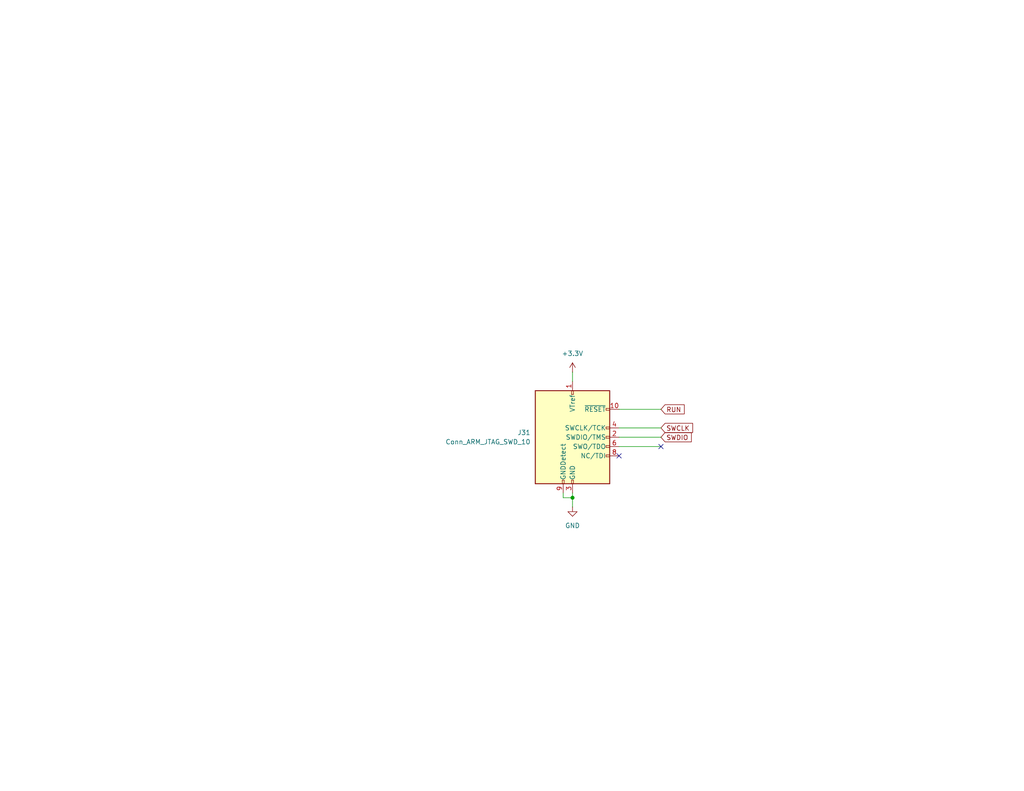
<source format=kicad_sch>
(kicad_sch (version 20231120) (generator "eeschema") (generator_version "8.0")
  (paper "A")
  (title_block (title "Jolt 2 - Left"))
  (lib_symbols
    (symbol "David Brown Keyboard Parts:Conn_ARM_JTAG_SWD_10" (pin_names (offset 1.016))
      (property "Reference" "J3" (at -11.43 1.2701 0))
      (property "Value" "Conn_ARM_JTAG_SWD_10" (at -11.43 -1.2699 0))
      (symbol "Conn_ARM_JTAG_SWD_10_0_1"
        (rectangle (start -10.16 12.7) (end 10.16 -12.7) (stroke (width 0.254)) (fill (type background)))
        (rectangle (start -2.794 -12.7) (end -2.286 -11.684))
        (rectangle (start -0.254 -12.7) (end 0.254 -11.684))
        (rectangle (start -0.254 12.7) (end 0.254 11.684))
        (rectangle (start 9.144 2.286) (end 10.16 2.794))
        (rectangle (start 10.16 -2.794) (end 9.144 -2.286))
        (rectangle (start 10.16 -0.254) (end 9.144 0.254))
        (rectangle (start 10.16 7.874) (end 9.144 7.366))
      )
      (symbol "Conn_ARM_JTAG_SWD_10_1_1"
        (rectangle (start 9.144 -5.334) (end 10.16 -4.826))
        (pin power_in line (at 0 15.24 270) (length 2.54) (name "VTref") (number "1"))
        (pin output line (at 12.7 7.62 180) (length 2.54) (name "~{RESET}") (number "10"))
        (pin bidirectional line (at 12.7 0 180) (length 2.54) (name "SWDIO/TMS") (number "2"))
        (pin power_in line (at 0 -15.24 90) (length 2.54) (name "GND") (number "3"))
        (pin output line (at 12.7 2.54 180) (length 2.54) (name "SWCLK/TCK") (number "4"))
        (pin passive line (at 0 -15.24 90) (length 2.54) hide (name "GND") (number "5"))
        (pin input line (at 12.7 -2.54 180) (length 2.54) (name "SWO/TDO") (number "6"))
        (pin no_connect line (at -10.16 0 0) (length 2.54) hide (name "KEY") (number "7"))
        (pin output line (at 12.7 -5.08 180) (length 2.54) (name "NC/TDI") (number "8"))
        (pin passive line (at -2.54 -15.24 90) (length 2.54) (name "GNDDetect") (number "9"))
      )
    )
    (symbol "power:+3.3V" (power) (pin_numbers hide) (pin_names (offset 0) hide)
      (property "Value" "+3.3V" (at 0 3.556 0))
      (symbol "+3.3V_0_1"
        (polyline (pts (xy -0.762 1.27) (xy 0 2.54)))
        (polyline (pts (xy 0 0) (xy 0 2.54)))
        (polyline (pts (xy 0 2.54) (xy 0.762 1.27)))
      )
      (symbol "+3.3V_1_1"
        (pin power_in line (at 0 0 90) (length 0) (name "~") (number "1"))
      )
    )
    (symbol "power:GND" (power) (pin_numbers hide) (pin_names (offset 0) hide)
      (property "Value" "GND" (at 0 -3.81 0))
      (symbol "GND_0_1"
        (polyline (pts (xy 0 0) (xy 0 -1.27) (xy 1.27 -1.27) (xy 0 -2.54) (xy -1.27 -1.27) (xy 0 -1.27)))
      )
      (symbol "GND_1_1"
        (pin power_in line (at 0 0 270) (length 0) (name "~") (number "1"))
      )
    )
  )
  (junction (at 156.21 135.89))
  (no_connect (at 168.91 124.46))
  (no_connect (at 180.34 121.92))
  (wire (pts (xy 156.21 101.6) (xy 156.21 104.14)))
  (wire (pts (xy 168.91 111.76) (xy 180.34 111.76)))
  (wire (pts (xy 168.91 116.84) (xy 180.34 116.84)))
  (wire (pts (xy 156.21 135.89) (xy 156.21 138.43)))
  (wire (pts (xy 168.91 121.92) (xy 180.34 121.92)))
  (wire (pts (xy 153.67 134.62) (xy 153.67 135.89)))
  (wire (pts (xy 156.21 134.62) (xy 156.21 135.89)))
  (wire (pts (xy 153.67 135.89) (xy 156.21 135.89)))
  (wire (pts (xy 168.91 119.38) (xy 180.34 119.38)))
  (global_label "SWCLK" (shape input) (at 180.34 116.84 0) (property "Intersheetrefs" "${INTERSHEET_REFS}" (effects (hide yes))))
  (global_label "SWDIO" (shape input) (at 180.34 119.38 0) (property "Intersheetrefs" "${INTERSHEET_REFS}" (effects (hide yes))))
  (global_label "RUN" (shape input) (at 180.34 111.76 0) (property "Intersheetrefs" "${INTERSHEET_REFS}" (effects (hide yes))))
  (symbol (lib_id "power:GND") (at 156.21 138.43 0) (unit 1)
    (property "Reference" "#PWR014" (effects (hide yes)))
    (property "Value" "GND" (at 156.21 143.51 0))
    (property "Description" "Power symbol creates a global label with name \"GND\" , ground" (effects (hide yes)))
  )
  (symbol (lib_id "power:+3.3V") (at 156.21 101.6 0) (unit 1)
    (property "Reference" "#PWR08" (effects (hide yes)))
    (property "Value" "+3.3V" (at 156.21 96.52 0))
    (property "Description" "Power symbol creates a global label with name \"+3.3V\"" (effects (hide yes)))
  )
  (symbol (lib_id "David Brown Keyboard Parts:Conn_ARM_JTAG_SWD_10") (at 156.21 119.38 0) (unit 1)
    (property "Reference" "J31" (at 144.78 118.1099 0) (effects (justify right)))
    (property "Value" "Conn_ARM_JTAG_SWD_10" (at 144.78 120.6499 0) (effects (justify right)))
    (property "Footprint" "davidb-keyboard-foot:Cortex-M-Debug10" (effects (hide yes)))
    (property "Datasheet" "http://infocenter.arm.com/help/topic/com.arm.doc.ddi0314h/DDI0314H_coresight_components_trm.pdf" (effects (hide yes)))
    (property "Description" "Cortex Debug Connector, standard ARM Cortex-M SWD and JTAG interface" (effects (hide yes)))
  )
)
</source>
